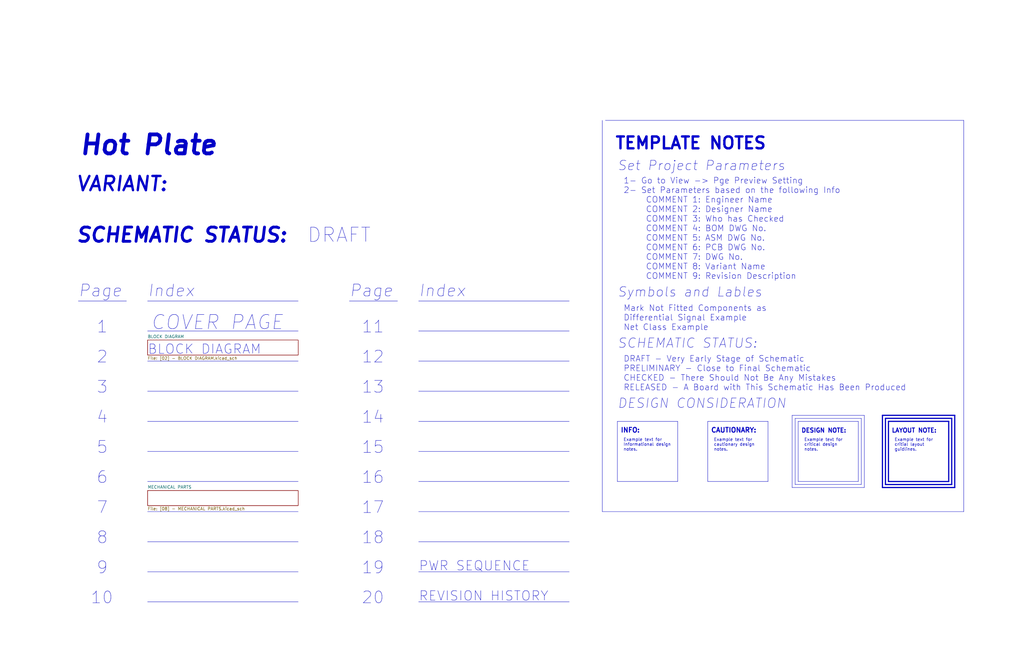
<source format=kicad_sch>
(kicad_sch (version 20230121) (generator eeschema)
  (paper "B")
  (title_block (title "Hot Plate"))
  (lib_symbols)
  (polyline (pts (xy 62.23 165.1) (xy 125.73 165.1)))
  (polyline (pts (xy 62.23 152.4) (xy 125.73 152.4)))
  (polyline (pts (xy 401.32 176.53) (xy 401.32 204.47)) (stroke (width 0.5)))
  (polyline (pts (xy 285.75 177.8) (xy 285.75 203.2)))
  (polyline (pts (xy 335.28 176.53) (xy 363.22 176.53)))
  (polyline (pts (xy 406.4 215.9) (xy 254 215.9)))
  (polyline (pts (xy 176.53 177.8) (xy 240.03 177.8)))
  (polyline (pts (xy 373.38 176.53) (xy 401.32 176.53)) (stroke (width 0.5)))
  (polyline (pts (xy 62.23 215.9) (xy 125.73 215.9)))
  (polyline (pts (xy 176.53 254) (xy 240.03 254)))
  (polyline (pts (xy 361.95 203.2) (xy 336.55 203.2)))
  (polyline (pts (xy 176.53 127) (xy 240.03 127)))
  (polyline (pts (xy 335.28 176.53) (xy 335.28 204.47)))
  (polyline (pts (xy 374.65 177.8) (xy 374.65 203.2)) (stroke (width 0.5)))
  (polyline (pts (xy 323.85 203.2) (xy 298.45 203.2)))
  (polyline (pts (xy 176.53 152.4) (xy 240.03 152.4)))
  (polyline (pts (xy 260.35 177.8) (xy 260.35 203.2)))
  (polyline (pts (xy 364.49 175.26) (xy 364.49 205.74)))
  (polyline (pts (xy 334.01 205.74) (xy 364.49 205.74)))
  (polyline (pts (xy 62.23 203.2) (xy 125.73 203.2)))
  (polyline (pts (xy 298.45 177.8) (xy 323.85 177.8)))
  (polyline (pts (xy 372.11 175.26) (xy 372.11 205.74)) (stroke (width 0.5)))
  (polyline (pts (xy 323.85 177.8) (xy 323.85 203.2)))
  (polyline (pts (xy 406.4 50.8) (xy 406.4 215.9)))
  (polyline (pts (xy 176.53 165.1) (xy 240.03 165.1)))
  (polyline (pts (xy 372.11 205.74) (xy 402.59 205.74)) (stroke (width 0.5)))
  (polyline (pts (xy 298.45 177.8) (xy 298.45 203.2)))
  (polyline (pts (xy 336.55 177.8) (xy 361.95 177.8)))
  (polyline (pts (xy 62.23 241.3) (xy 125.73 241.3)))
  (polyline (pts (xy 334.01 175.26) (xy 334.01 205.74)))
  (polyline (pts (xy 336.55 177.8) (xy 336.55 203.2)))
  (polyline (pts (xy 334.01 175.26) (xy 364.49 175.26)))
  (polyline (pts (xy 373.38 176.53) (xy 373.38 204.47)) (stroke (width 0.5)))
  (polyline (pts (xy 62.23 228.6) (xy 125.73 228.6)))
  (polyline (pts (xy 176.53 241.3) (xy 240.03 241.3)))
  (polyline (pts (xy 361.95 177.8) (xy 361.95 203.2)))
  (polyline (pts (xy 176.53 228.6) (xy 240.03 228.6)))
  (polyline (pts (xy 62.23 177.8) (xy 125.73 177.8)))
  (polyline (pts (xy 62.23 127) (xy 125.73 127)))
  (polyline (pts (xy 285.75 203.2) (xy 260.35 203.2)))
  (polyline (pts (xy 363.22 204.47) (xy 335.28 204.47)))
  (polyline (pts (xy 400.05 177.8) (xy 400.05 203.2)) (stroke (width 0.5)))
  (polyline (pts (xy 372.11 175.26) (xy 402.59 175.26)) (stroke (width 0.5)))
  (polyline (pts (xy 176.53 139.7) (xy 240.03 139.7)))
  (polyline (pts (xy 401.32 204.47) (xy 373.38 204.47)) (stroke (width 0.5)))
  (polyline (pts (xy 176.53 215.9) (xy 240.03 215.9)))
  (polyline (pts (xy 402.59 175.26) (xy 402.59 205.74)) (stroke (width 0.5)))
  (polyline (pts (xy 254 50.8) (xy 254 215.9)))
  (polyline (pts (xy 176.53 203.2) (xy 240.03 203.2)))
  (polyline (pts (xy 33.02 127) (xy 53.34 127)))
  (polyline (pts (xy 255.27 50.8) (xy 406.4 50.8)))
  (polyline (pts (xy 62.23 254) (xy 125.73 254)))
  (polyline (pts (xy 62.23 190.5) (xy 125.73 190.5)))
  (polyline (pts (xy 363.22 176.53) (xy 363.22 204.47)))
  (polyline (pts (xy 374.65 177.8) (xy 400.05 177.8)) (stroke (width 0.5)))
  (polyline (pts (xy 147.32 127) (xy 167.64 127)))
  (polyline (pts (xy 400.05 203.2) (xy 374.65 203.2)) (stroke (width 0.5)))
  (polyline (pts (xy 260.35 177.8) (xy 285.75 177.8)))
  (polyline (pts (xy 176.53 190.5) (xy 240.03 190.5)))
  (polyline (pts (xy 62.23 139.7) (xy 125.73 139.7)))
  (text "9" (at 40.64 242.57 0) (effects (font (size 5 5)) (justify left bottom)))
  (text "PWR SEQUENCE" (at 176.53 241.3 0) (effects (font (size 4 4)) (justify left bottom)))
  (text "INFO:" (at 261.62 182.88 0) (effects (font (size 2 2) (thickness 0.4) bold) (justify left bottom)))
  (text "11" (at 152.4 140.97 0) (effects (font (size 5 5)) (justify left bottom)))
  (text "14" (at 152.4 179.07 0) (effects (font (size 5 5)) (justify left bottom)))
  (text "Example text for\ncritical design \nnotes." (at 339.09 190.5 0) (effects (font (size 1.27 1.27)) (justify left bottom)))
  (text "Example text for\ncautionary design\nnotes." (at 300.99 190.5 0) (effects (font (size 1.27 1.27)) (justify left bottom)))
  (text "1" (at 40.64 140.97 0) (effects (font (size 5 5)) (justify left bottom)))
  (text "REVISION HISTORY" (at 176.53 254 0) (effects (font (size 4 4)) (justify left bottom)))
  (text "TEMPLATE NOTES" (at 259.08 63.5 0) (effects (font (size 5 5) bold) (justify left bottom)))
  (text "13" (at 152.4 166.37 0) (effects (font (size 5 5)) (justify left bottom)))
  (text "Example text for\ncritial layout\nguidlines." (at 377.19 190.5 0) (effects (font (size 1.27 1.27)) (justify left bottom)))
  (text "16" (at 152.4 204.47 0) (effects (font (size 5 5)) (justify left bottom)))
  (text "3" (at 40.64 166.37 0) (effects (font (size 5 5)) (justify left bottom)))
  (text "CAUTIONARY:" (at 299.72 182.88 0) (effects (font (size 2 2) bold) (justify left bottom)))
  (text "17" (at 152.4 217.17 0) (effects (font (size 5 5)) (justify left bottom)))
  (text "Set Project Parameters" (at 260.35 72.39 0) (effects (font (size 4 4) italic) (justify left bottom)))
  (text "VARIANT: ${COMMENT8}" (at 31.75 81.28 0) (effects (font (size 6 6) (thickness 1) bold italic) (justify left bottom)))
  (text "COVER PAGE" (at 63.5 139.7 0) (effects (font (size 6 6) italic) (justify left bottom)))
  (text "Example text for\nInformational design\nnotes." (at 262.89 190.5 0) (effects (font (size 1.27 1.27)) (justify left bottom)))
  (text "DESIGN CONSIDERATION" (at 260.35 172.72 0) (effects (font (size 4 4) italic) (justify left bottom)))
  (text "5" (at 40.64 191.77 0) (effects (font (size 5 5)) (justify left bottom)))
  (text "${ISSUE_DATE}" (at 175.26 81.28 0) (effects (font (size 6 6) bold) (justify left bottom)))
  (text "DRAFT" (at 129.54 102.87 0) (effects (font (size 6 6)) (justify left bottom)))
  (text "SCHEMATIC STATUS:" (at 260.35 147.32 0) (effects (font (size 4 4) italic) (justify left bottom)))
  (text "LAYOUT NOTE:" (at 375.92 182.88 0) (effects (font (size 1.8 1.8) bold) (justify left bottom)))
  (text "19" (at 152.4 242.57 0) (effects (font (size 5 5)) (justify left bottom)))
  (text "Mark Not Fitted Components as\nDifferential Signal Example\nNet Class Example" (at 262.89 139.7 0) (effects (font (size 2.5 2.5)) (justify left bottom)))
  (text "BLOCK DIAGRAM" (at 62.23 149.86 0) (effects (font (size 4 4)) (justify left bottom)))
  (text "8" (at 40.64 229.87 0) (effects (font (size 5 5)) (justify left bottom)))
  (text "Symbols and Lables" (at 260.35 125.73 0) (effects (font (size 4 4) italic) (justify left bottom)))
  (text "Page" (at 147.32 125.73 0) (effects (font (size 5 5) italic) (justify left bottom)))
  (text "2\n" (at 40.64 153.67 0) (effects (font (size 5 5)) (justify left bottom)))
  (text "Page" (at 33.02 125.73 0) (effects (font (size 5 5) italic) (justify left bottom)))
  (text "7" (at 40.64 217.17 0) (effects (font (size 5 5)) (justify left bottom)))
  (text "18" (at 152.4 229.87 0) (effects (font (size 5 5)) (justify left bottom)))
  (text "20" (at 152.4 255.27 0) (effects (font (size 5 5)) (justify left bottom)))
  (text "DRAFT - Very Early Stage of Schematic\nPRELIMINARY - Close to Final Schematic\nCHECKED - There Should Not Be Any Mistakes\nRELEASED - A Board with This Schematic Has Been Produced" (at 262.89 165.1 0) (effects (font (size 2.5 2.5)) (justify left bottom)))
  (text "SCHEMATIC STATUS: " (at 31.75 102.87 0) (effects (font (size 6 6) (thickness 1.2) bold italic) (justify left bottom)))
  (text "${TITLE}" (at 33.02 66.04 0) (effects (font (size 8 8) (thickness 1.6) bold italic) (justify left bottom)))
  (text "DESIGN NOTE:" (at 337.82 182.88 0) (effects (font (size 1.8 1.8) bold) (justify left bottom)))
  (text "4" (at 40.64 179.07 0) (effects (font (size 5 5)) (justify left bottom)))
  (text "10" (at 38.1 255.27 0) (effects (font (size 5 5)) (justify left bottom)))
  (text "Index" (at 62.23 125.73 0) (effects (font (size 5 5) italic) (justify left bottom)))
  (text "15" (at 152.4 191.77 0) (effects (font (size 5 5)) (justify left bottom)))
  (text "12" (at 152.4 153.67 0) (effects (font (size 5 5)) (justify left bottom)))
  (text "${REVISION}" (at 175.26 64.77 0) (effects (font (size 6 6) bold italic) (justify left bottom)))
  (text "Index" (at 176.53 125.73 0) (effects (font (size 5 5) italic) (justify left bottom)))
  (text "6" (at 40.64 204.47 0) (effects (font (size 5 5)) (justify left bottom)))
  (text "1- Go to View -> Pge Preview Setting\n2- Set Parameters based on the following Info\n	COMMENT 1: Engineer Name\n	COMMENT 2: Designer Name\n	COMMENT 3: Who has Checked\n	COMMENT 4: BOM DWG No.\n	COMMENT 5: ASM DWG No.\n	COMMENT 6: PCB DWG No.\n	COMMENT 7: DWG No.\n	COMMENT 8: Variant Name\n	COMMENT 9: Revision Description " (at 262.89 118.11 0) (effects (font (size 2.5 2.5)) (justify left bottom)))
  (sheet (at 62.23 207.01) (size 63.5 6.35) (stroke (width 0.1524))
    (property "Sheetname" "MECHANICAL PARTS" (at 62.23 206.2984 0) (effects (justify left bottom)))
    (property "Sheetfile" "[08] - MECHANICAL PARTS.kicad_sch" (at 62.23 213.9446 0) (effects (justify left top)))
  )
  (sheet (at 62.23 143.51) (size 63.5 6.35) (stroke (width 0.1524))
    (property "Sheetname" "BLOCK DIAGRAM" (at 62.23 142.7984 0) (effects (justify left bottom)))
    (property "Sheetfile" "[02] - BLOCK DIAGRAM.kicad_sch" (at 62.23 150.4446 0) (effects (justify left top)))
  )
)
</source>
